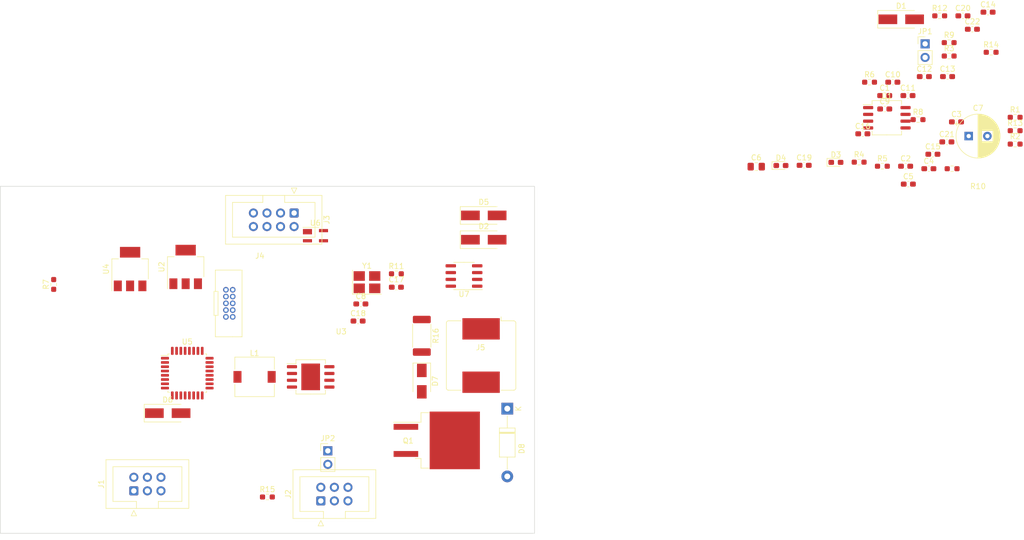
<source format=kicad_pcb>
(kicad_pcb (version 20211014) (generator pcbnew)
  (layers (0 "F.Cu" signal) (31 "B.Cu" signal) (34 "B.Paste" user) (35 "F.Paste" user) (36 "B.SilkS" user "B.Silkscreen") (37 "F.SilkS" user "F.Silkscreen") (38 "B.Mask" user) (39 "F.Mask" user) (44 "Edge.Cuts" user))
  (net 0 "")
  (net 1 "GND")
  (net 2 "+3V3")
  (net 3 "+12V")
  (net 4 "Net-(C10-Pad1)")
  (net 5 "Net-(C10-Pad2)")
  (net 6 "Net-(C11-Pad1)")
  (net 7 "/NRST")
  (net 8 "Net-(C16-Pad1)")
  (net 9 "Net-(C16-Pad2)")
  (net 10 "Net-(C17-Pad2)")
  (net 11 "+5V")
  (net 12 "/BUCK_ENABLE")
  (net 13 "Net-(C21-Pad1)")
  (net 14 "+5VP")
  (net 15 "Net-(D3-Pad2)")
  (net 16 "Net-(D4-Pad2)")
  (net 17 "Net-(C7-Pad1)")
  (net 18 "+28V")
  (net 19 "Net-(D7-Pad1)")
  (net 20 "Net-(D7-Pad2)")
  (net 21 "/PROX_11")
  (net 22 "/PROX_12")
  (net 23 "/PROX_13")
  (net 24 "/PROX_21")
  (net 25 "/PROX_22")
  (net 26 "/PROX_23")
  (net 27 "Net-(J3-Pad1)")
  (net 28 "/S_TX")
  (net 29 "/S_RX")
  (net 30 "/BUCK_VOL_DIV")
  (net 31 "/MOSFET_VOL_DIV")
  (net 32 "/SWCLK")
  (net 34 "/SWDIO")
  (net 39 "Net-(J5-Pad1)")
  (net 40 "/FB")
  (net 41 "Net-(R5-Pad1)")
  (net 42 "Net-(R6-Pad2)")
  (net 43 "Net-(R7-Pad2)")
  (net 44 "/MOSFET_CTRL")
  (net 45 "Net-(R10-Pad2)")
  (net 46 "/HALL_OUT")
  (net 47 "Net-(R12-Pad2)")
  (net 48 "/SPI_NSS")
  (net 49 "/SPI_MISO")
  (net 51 "/SPI_MOSI")
  (net 52 "/SPI_SCK")
  (net 53 "Net-(U5-Pad2)")
  (net 57 "Net-(R14-Pad1)")
  (footprint "MY_IDC_1_27:IDC_10_1_27" (layer "F.Cu") (at 123.5075 93.19)
    (fp_text reference "J4" (at 5.08 -10.16 unlocked) (layer "F.SilkS"))
    (fp_text value "SWD")
    (pad "1" thru_hole circle (at -1.27 -3.81) (size 1.05 1.05) (drill 0.6) (layers *.Cu *.Mask) (net 7 "/NRST"))
    (pad "2" thru_hole circle (at 0 -3.81) (size 1.05 1.05) (drill 0.6) (layers *.Cu *.Mask) (net 32 "/SWCLK"))
    (pad "3" thru_hole circle (at -1.27 -2.54) (size 1.05 1.05) (drill 0.6) (layers *.Cu *.Mask))
    (pad "4" thru_hole circle (at 0 -2.54) (size 1.05 1.05) (drill 0.6) (layers *.Cu *.Mask) (net 34 "/SWDIO"))
    (pad "5" thru_hole circle (at -1.27 -1.27) (size 1.05 1.05) (drill 0.6) (layers *.Cu *.Mask) (net 1 "GND"))
    (pad "6" thru_hole circle (at 0 -1.27) (size 1.05 1.05) (drill 0.6) (layers *.Cu *.Mask) (net 1 "GND"))
    (pad "7" thru_hole circle (at -1.27 0) (size 1.05 1.05) (drill 0.6) (layers *.Cu *.Mask))
    (pad "8" thru_hole circle (at 0 0) (size 1.05 1.05) (drill 0.6) (layers *.Cu *.Mask))
    (pad "9" thru_hole circle (at -1.27 1.27) (size 1.05 1.05) (drill 0.6) (layers *.Cu *.Mask))
    (pad "10" thru_hole circle (at 0 1.27) (size 1.05 1.05) (drill 0.6) (layers *.Cu *.Mask))
  )
  (footprint "Resistor_SMD:R_0603_1608Metric_Pad0.98x0.95mm_HandSolder" (layer "F.Cu") (at 240.76 65.47)
    (fp_text reference "R4" (at 0 -1.43) (layer "F.SilkS"))
    (fp_text value "3k3")
    (pad "1" smd roundrect (at -0.9125 0) (size 0.975 0.95) (layers "F.Cu" "F.Paste" "F.Mask") (net 40 "/FB"))
    (pad "2" smd roundrect (at 0.9125 0) (size 0.975 0.95) (layers "F.Cu" "F.Paste" "F.Mask") (net 1 "GND"))
  )
  (footprint "Connector_IDC:IDC-Header_2x03_P2.54mm_Vertical" (layer "F.Cu") (at 140 128.93 90)
    (fp_text reference "J2" (at 1.27 -6.1 90) (layer "F.SilkS"))
    (fp_text value "Conn_02x03_Odd_Even")
    (pad "1" thru_hole roundrect (at 0 0 90) (size 1.7 1.7) (drill 1) (layers *.Cu *.Mask) (roundrect_rratio 0.147059) (net 2 "+3V3"))
    (pad "2" thru_hole circle (at 2.54 0 90) (size 1.7 1.7) (drill 1) (layers *.Cu *.Mask) (net 24 "/PROX_21"))
    (pad "3" thru_hole circle (at 0 2.54 90) (size 1.7 1.7) (drill 1) (layers *.Cu *.Mask) (net 1 "GND"))
    (pad "4" thru_hole circle (at 2.54 2.54 90) (size 1.7 1.7) (drill 1) (layers *.Cu *.Mask) (net 25 "/PROX_22"))
    (pad "5" thru_hole circle (at 0 5.08 90) (size 1.7 1.7) (drill 1) (layers *.Cu *.Mask) (net 3 "+12V"))
    (pad "6" thru_hole circle (at 2.54 5.08 90) (size 1.7 1.7) (drill 1) (layers *.Cu *.Mask) (net 26 "/PROX_23"))
  )
  (footprint "Package_TO_SOT_SMD:SOT-143_Handsoldering" (layer "F.Cu") (at 139 79.25)
    (fp_text reference "U6" (at -0.02 -2.38) (layer "F.SilkS"))
    (fp_text value "MIC4416")
    (pad "1" smd rect (at -1.5 -0.75) (size 1.7 1) (layers "F.Cu" "F.Paste" "F.Mask") (net 1 "GND"))
    (pad "2" smd rect (at -1.5 0.95) (size 1.7 0.6) (layers "F.Cu" "F.Paste" "F.Mask") (net 57 "Net-(R14-Pad1)"))
    (pad "3" smd rect (at 1.5 0.95) (size 1.7 0.6) (layers "F.Cu" "F.Paste" "F.Mask") (net 3 "+12V"))
    (pad "4" smd rect (at 1.5 -0.95) (size 1.7 0.6) (layers "F.Cu" "F.Paste" "F.Mask") (net 45 "Net-(R10-Pad2)"))
  )
  (footprint "Resistor_SMD:R_0603_1608Metric_Pad0.98x0.95mm_HandSolder" (layer "F.Cu") (at 269.962802 59.575)
    (fp_text reference "R13" (at 0 -1.43) (layer "F.SilkS"))
    (fp_text value "1k")
    (pad "1" smd roundrect (at -0.9125 0) (size 0.975 0.95) (layers "F.Cu" "F.Paste" "F.Mask") (net 1 "GND"))
    (pad "2" smd roundrect (at 0.9125 0) (size 0.975 0.95) (layers "F.Cu" "F.Paste" "F.Mask") (net 31 "/MOSFET_VOL_DIV"))
  )
  (footprint "Capacitor_SMD:C_0603_1608Metric_Pad1.08x0.95mm_HandSolder" (layer "F.Cu") (at 257.31 49.44)
    (fp_text reference "C13" (at 0 -1.43) (layer "F.SilkS"))
    (fp_text value "10u")
    (pad "1" smd roundrect (at -0.8625 0) (size 1.075 0.95) (layers "F.Cu" "F.Paste" "F.Mask") (net 2 "+3V3"))
    (pad "2" smd roundrect (at 0.8625 0) (size 1.075 0.95) (layers "F.Cu" "F.Paste" "F.Mask") (net 1 "GND"))
  )
  (footprint "Capacitor_SMD:C_0603_1608Metric_Pad1.08x0.95mm_HandSolder" (layer "F.Cu") (at 249.46 66.23)
    (fp_text reference "C2" (at 0 -1.43) (layer "F.SilkS"))
    (fp_text value "100n")
    (pad "1" smd roundrect (at -0.8625 0) (size 1.075 0.95) (layers "F.Cu" "F.Paste" "F.Mask") (net 1 "GND"))
    (pad "2" smd roundrect (at 0.8625 0) (size 1.075 0.95) (layers "F.Cu" "F.Paste" "F.Mask") (net 2 "+3V3"))
  )
  (footprint "Capacitor_SMD:C_0603_1608Metric_Pad1.08x0.95mm_HandSolder" (layer "F.Cu") (at 249.9 53)
    (fp_text reference "C11" (at 0 -1.43) (layer "F.SilkS"))
    (fp_text value "10p")
    (pad "1" smd roundrect (at -0.8625 0) (size 1.075 0.95) (layers "F.Cu" "F.Paste" "F.Mask") (net 6 "Net-(C11-Pad1)"))
    (pad "2" smd roundrect (at 0.8625 0) (size 1.075 0.95) (layers "F.Cu" "F.Paste" "F.Mask") (net 1 "GND"))
  )
  (footprint "Package_QFP:LQFP-32_7x7mm_P0.8mm" (layer "F.Cu") (at 115 105)
    (fp_text reference "U5" (at 0 -5.88) (layer "F.SilkS"))
    (fp_text value "STM32F030K6Tx")
    (pad "1" smd roundrect (at -4.175 -2.8) (size 1.5 0.5) (layers "F.Cu" "F.Paste" "F.Mask") (net 2 "+3V3"))
    (pad "2" smd roundrect (at -4.175 -2) (size 1.5 0.5) (layers "F.Cu" "F.Paste" "F.Mask") (net 53 "Net-(U5-Pad2)"))
    (pad "3" smd roundrect (at -4.175 -1.2) (size 1.5 0.5) (layers "F.Cu" "F.Paste" "F.Mask") (net 6 "Net-(C11-Pad1)"))
    (pad "4" smd roundrect (at -4.175 -0.4) (size 1.5 0.5) (layers "F.Cu" "F.Paste" "F.Mask") (net 7 "/NRST"))
    (pad "5" smd roundrect (at -4.175 0.4) (size 1.5 0.5) (layers "F.Cu" "F.Paste" "F.Mask") (net 2 "+3V3"))
    (pad "6" smd roundrect (at -4.175 1.2) (size 1.5 0.5) (layers "F.Cu" "F.Paste" "F.Mask") (net 46 "/HALL_OUT"))
    (pad "7" smd roundrect (at -4.175 2) (size 1.5 0.5) (layers "F.Cu" "F.Paste" "F.Mask") (net 31 "/MOSFET_VOL_DIV"))
    (pad "8" smd roundrect (at -4.175 2.8) (size 1.5 0.5) (layers "F.Cu" "F.Paste" "F.Mask") (net 30 "/BUCK_VOL_DIV"))
    (pad "9" smd roundrect (at -2.8 4.175) (size 0.5 1.5) (layers "F.Cu" "F.Paste" "F.Mask") (net 21 "/PROX_11"))
    (pad "10" smd roundrect (at -2 4.175) (size 0.5 1.5) (layers "F.Cu" "F.Paste" "F.Mask") (net 22 "/PROX_12"))
    (pad "11" smd roundrect (at -1.2 4.175) (size 0.5 1.5) (layers "F.Cu" "F.Paste" "F.Mask") (net 23 "/PROX_13"))
    (pad "12" smd roundrect (at -0.4 4.175) (size 0.5 1.5) (layers "F.Cu" "F.Paste" "F.Mask") (net 24 "/PROX_21"))
    (pad "13" smd roundrect (at 0.4 4.175) (size 0.5 1.5) (layers "F.Cu" "F.Paste" "F.Mask") (net 25 "/PROX_22"))
    (pad "14" smd roundrect (at 1.2 4.175) (size 0.5 1.5) (layers "F.Cu" "F.Paste" "F.Mask") (net 26 "/PROX_23"))
    (pad "15" smd roundrect (at 2 4.175) (size 0.5 1.5) (layers "F.Cu" "F.Paste" "F.Mask"))
    (pad "16" smd roundrect (at 2.8 4.175) (size 0.5 1.5) (layers "F.Cu" "F.Paste" "F.Mask") (net 1 "GND"))
    (pad "17" smd roundrect (at 4.175 2.8) (size 1.5 0.5) (layers "F.Cu" "F.Paste" "F.Mask") (net 2 "+3V3"))
    (pad "18" smd roundrect (at 4.175 2) (size 1.5 0.5) (layers "F.Cu" "F.Paste" "F.Mask"))
    (pad "19" smd roundrect (at 4.175 1.2) (size 1.5 0.5) (layers "F.Cu" "F.Paste" "F.Mask") (net 28 "/S_TX"))
    (pad "20" smd roundrect (at 4.175 0.4) (size 1.5 0.5) (layers "F.Cu" "F.Paste" "F.Mask") (net 29 "/S_RX"))
    (pad "21" smd roundrect (at 4.175 -0.4) (size 1.5 0.5) (layers "F.Cu" "F.Paste" "F.Mask") (net 44 "/MOSFET_CTRL"))
    (pad "22" smd roundrect (at 4.175 -1.2) (size 1.5 0.5) (layers "F.Cu" "F.Paste" "F.Mask"))
    (pad "23" smd roundrect (at 4.175 -2) (size 1.5 0.5) (layers "F.Cu" "F.Paste" "F.Mask") (net 34 "/SWDIO"))
    (pad "24" smd roundrect (at 4.175 -2.8) (size 1.5 0.5) (layers "F.Cu" "F.Paste" "F.Mask") (net 32 "/SWCLK"))
    (pad "25" smd roundrect (at 2.8 -4.175) (size 0.5 1.5) (layers "F.Cu" "F.Paste" "F.Mask") (net 48 "/SPI_NSS"))
    (pad "26" smd roundrect (at 2 -4.175) (size 0.5 1.5) (layers "F.Cu" "F.Paste" "F.Mask") (net 52 "/SPI_SCK"))
    (pad "27" smd roundrect (at 1.2 -4.175) (size 0.5 1.5) (layers "F.Cu" "F.Paste" "F.Mask") (net 49 "/SPI_MISO"))
    (pad "28" smd roundrect (at 0.4 -4.175) (size 0.5 1.5) (layers "F.Cu" "F.Paste" "F.Mask") (net 51 "/SPI_MOSI"))
    (pad "29" smd roundrect (at -0.4 -4.175) (size 0.5 1.5) (layers "F.Cu" "F.Paste" "F.Mask") (net 42 "Net-(R6-Pad2)"))
    (pad "30" smd roundrect (at -1.2 -4.175) (size 0.5 1.5) (layers "F.Cu" "F.Paste" "F.Mask") (net 43 "Net-(R7-Pad2)"))
    (pad "31" smd roundrect (at -2 -4.175) (size 0.5 1.5) (layers "F.Cu" "F.Paste" "F.Mask") (net 1 "GND"))
    (pad "32" smd roundrect (at -2.8 -4.175) (size 0.5 1.5) (layers "F.Cu" "F.Paste" "F.Mask") (net 1 "GND"))
  )
  (footprint "Crystal:Crystal_SMD_3225-4Pin_3.2x2.5mm_HandSoldering" (layer "F.Cu") (at 148.6425 87.955)
    (fp_text reference "Y1" (at 0 -3.05) (layer "F.SilkS"))
    (fp_text value "12Mhz")
    (pad "1" smd rect (at -1.45 1.15) (size 2.1 1.8) (layers "F.Cu" "F.Paste" "F.Mask") (net 6 "Net-(C11-Pad1)"))
    (pad "2" smd rect (at 1.45 1.15) (size 2.1 1.8) (layers "F.Cu" "F.Paste" "F.Mask") (net 1 "GND"))
    (pad "3" smd rect (at 1.45 -1.15) (size 2.1 1.8) (layers "F.Cu" "F.Paste" "F.Mask") (net 53 "Net-(U5-Pad2)"))
    (pad "4" smd rect (at -1.45 -1.15) (size 2.1 1.8) (layers "F.Cu" "F.Paste" "F.Mask") (net 1 "GND"))
  )
  (footprint "Capacitor_SMD:C_0603_1608Metric_Pad1.08x0.95mm_HandSolder" (layer "F.Cu") (at 254.5675 63.985)
    (fp_text reference "C15" (at 0 -1.43) (layer "F.SilkS"))
    (fp_text value "10u")
    (pad "1" smd roundrect (at -0.8625 0) (size 1.075 0.95) (layers "F.Cu" "F.Paste" "F.Mask") (net 3 "+12V"))
    (pad "2" smd roundrect (at 0.8625 0) (size 1.075 0.95) (layers "F.Cu" "F.Paste" "F.Mask") (net 1 "GND"))
  )
  (footprint "Capacitor_SMD:C_0805_2012Metric_Pad1.18x1.45mm_HandSolder" (layer "F.Cu") (at 221.5 66.31)
    (fp_text reference "C6" (at 0 -1.68) (layer "F.SilkS"))
    (fp_text value "22u")
    (pad "1" smd roundrect (at -1.0375 0) (size 1.175 1.45) (layers "F.Cu" "F.Paste" "F.Mask") (roundrect_rratio 0.212766) (net 3 "+12V"))
    (pad "2" smd roundrect (at 1.0375 0) (size 1.175 1.45) (layers "F.Cu" "F.Paste" "F.Mask") (roundrect_rratio 0.212766) (net 1 "GND"))
  )
  (footprint "Package_TO_SOT_SMD:TO-263-2" (layer "F.Cu") (at 161.7 117.6)
    (fp_text reference "Q1" (at -5.35 0.075) (layer "F.SilkS"))
    (fp_text value "Q_NMOS_SDG")
    (pad "1" smd rect (at -5.775 -2.54) (size 4.6 1.1) (layers "F.Cu" "F.Paste" "F.Mask") (net 1 "GND"))
    (pad "2" smd rect (at 3.375 0) (size 9.4 10.8) (layers "F.Cu" "F.Mask") (net 20 "Net-(D7-Pad2)"))
    (pad "3" smd rect (at -5.775 2.54) (size 4.6 1.1) (layers "F.Cu" "F.Paste" "F.Mask") (net 57 "Net-(R14-Pad1)"))
  )
  (footprint "Capacitor_SMD:C_0603_1608Metric_Pad1.08x0.95mm_HandSolder" (layer "F.Cu") (at 247.06 50.49)
    (fp_text reference "C10" (at 0 -1.43) (layer "F.SilkS"))
    (fp_text value "100n")
    (pad "1" smd roundrect (at -0.8625 0) (size 1.075 0.95) (layers "F.Cu" "F.Paste" "F.Mask") (net 4 "Net-(C10-Pad1)"))
    (pad "2" smd roundrect (at 0.8625 0) (size 1.075 0.95) (layers "F.Cu" "F.Paste" "F.Mask") (net 5 "Net-(C10-Pad2)"))
  )
  (footprint "LED_SMD:LED_0603_1608Metric_Pad1.05x0.95mm_HandSolder" (layer "F.Cu") (at 226.125 66.1)
    (fp_text reference "D4" (at 0 -1.43) (layer "F.SilkS"))
    (fp_text value "LED1")
    (pad "1" smd roundrect (at -0.875 0) (size 1.05 0.95) (layers "F.Cu" "F.Paste" "F.Mask") (net 1 "GND"))
    (pad "2" smd roundrect (at 0.875 0) (size 1.05 0.95) (layers "F.Cu" "F.Paste" "F.Mask") (net 16 "Net-(D4-Pad2)"))
  )
  (footprint "Capacitor_SMD:C_0603_1608Metric_Pad1.08x0.95mm_HandSolder" (layer "F.Cu") (at 245.55 53)
    (fp_text reference "C1" (at 0 -1.43) (layer "F.SilkS"))
    (fp_text value "4u7")
    (pad "1" smd roundrect (at -0.8625 0) (size 1.075 0.95) (layers "F.Cu" "F.Paste" "F.Mask") (net 1 "GND"))
    (pad "2" smd roundrect (at 0.8625 0) (size 1.075 0.95) (layers "F.Cu" "F.Paste" "F.Mask") (net 2 "+3V3"))
  )
  (footprint "Inductor_SMD:L_7.3x7.3_H4.5" (layer "F.Cu") (at 127.6 105.7)
    (fp_text reference "L1" (at 0 -4.45) (layer "F.SilkS"))
    (fp_text value "8u2")
    (pad "1" smd rect (at -3.2 0) (size 1.5 2.2) (layers "F.Cu" "F.Paste" "F.Mask") (net 3 "+12V"))
    (pad "2" smd rect (at 3.2 0) (size 1.5 2.2) (layers "F.Cu" "F.Paste" "F.Mask") (net 5 "Net-(C10-Pad2)"))
  )
  (footprint "Resistor_SMD:R_0603_1608Metric_Pad0.98x0.95mm_HandSolder" (layer "F.Cu") (at 154.1425 86.385)
    (fp_text reference "R11" (at 0 -1.43) (layer "F.SilkS"))
    (fp_text value "10k")
    (pad "1" smd roundrect (at -0.9125 0) (size 0.975 0.95) (layers "F.Cu" "F.Paste" "F.Mask") (net 1 "GND"))
    (pad "2" smd roundrect (at 0.9125 0) (size 0.975 0.95) (layers "F.Cu" "F.Paste" "F.Mask") (net 46 "/HALL_OUT"))
  )
  (footprint "Capacitor_SMD:C_0603_1608Metric_Pad1.08x0.95mm_HandSolder" (layer "F.Cu") (at 245.55 55.51)
    (fp_text reference "C9" (at 0 -1.43) (layer "F.SilkS"))
    (fp_text value "100n")
    (pad "1" smd roundrect (at -0.8625 0) (size 1.075 0.95) (layers "F.Cu" "F.Paste" "F.Mask") (net 2 "+3V3"))
    (pad "2" smd roundrect (at 0.8625 0) (size 1.075 0.95) (layers "F.Cu" "F.Paste" "F.Mask") (net 1 "GND"))
  )
  (footprint "Resistor_SMD:R_2512_6332Metric_Pad1.40x3.35mm_HandSolder" (layer "F.Cu") (at 158.9 98 -90)
    (fp_text reference "R16" (at 0 -2.62 90) (layer "F.SilkS"))
    (fp_text value "10R")
    (pad "1" smd roundrect (at -3.05 0 270) (size 1.4 3.35) (layers "F.Cu" "F.Paste" "F.Mask") (roundrect_rratio 0.178571) (net 39 "Net-(J5-Pad1)"))
    (pad "2" smd roundrect (at 3.05 0 270) (size 1.4 3.35) (layers "F.Cu" "F.Paste" "F.Mask") (roundrect_rratio 0.178571) (net 19 "Net-(D7-Pad1)"))
  )
  (footprint "Resistor_SMD:R_0603_1608Metric_Pad0.98x0.95mm_HandSolder" (layer "F.Cu") (at 130 128.2)
    (fp_text reference "R15" (at 0 -1.43) (layer "F.SilkS"))
    (fp_text value "22k")
    (pad "1" smd roundrect (at -0.9125 0) (size 0.975 0.95) (layers "F.Cu" "F.Paste" "F.Mask") (net 31 "/MOSFET_VOL_DIV"))
    (pad "2" smd roundrect (at 0.9125 0) (size 0.975 0.95) (layers "F.Cu" "F.Paste" "F.Mask") (net 39 "Net-(J5-Pad1)"))
  )
  (footprint "Diode_SMD:D_SMA_Handsoldering" (layer "F.Cu") (at 248.64 38.71)
    (fp_text reference "D1" (at 0 -2.5) (layer "F.SilkS"))
    (fp_text value "SS14")
    (pad "1" smd rect (at -2.5 0) (size 3.5 1.8) (layers "F.Cu" "F.Paste" "F.Mask") (net 3 "+12V"))
    (pad "2" smd rect (at 2.5 0) (size 3.5 1.8) (layers "F.Cu" "F.Paste" "F.Mask") (net 14 "+5VP"))
  )
  (footprint "Inductor_SMD:L_Bourns_SRR1208_12.7x12.7mm" (layer "F.Cu") (at 170 101.7 -90)
    (fp_text reference "J5" (at -1.5 0.1 180) (layer "F.SilkS"))
    (fp_text value "Solenoid")
    (pad "1" smd rect (at -5 0 270) (size 4 7) (layers "F.Cu" "F.Paste" "F.Mask") (net 39 "Net-(J5-Pad1)"))
    (pad "2" smd rect (at 5 0 270) (size 4 7) (layers "F.Cu" "F.Paste" "F.Mask") (net 20 "Net-(D7-Pad2)"))
  )
  (footprint "Diode_SMD:D_SMA_Handsoldering" (layer "F.Cu") (at 170.5 75.45)
    (fp_text reference "D5" (at 0 -2.5) (layer "F.SilkS"))
    (fp_text value "SS14")
    (pad "1" smd rect (at -2.5 0) (size 3.5 1.8) (layers "F.Cu" "F.Paste" "F.Mask") (net 17 "Net-(C7-Pad1)"))
    (pad "2" smd rect (at 2.5 0) (size 3.5 1.8) (layers "F.Cu" "F.Paste" "F.Mask") (net 18 "+28V"))
  )
  (footprint "Package_TO_SOT_SMD:SOT-223-3_TabPin2" (layer "F.Cu") (at 114.7 85.1 90)
    (fp_text reference "U2" (at 0 -4.5 90) (layer "F.SilkS"))
    (fp_text value "AMS1117-3.3")
    (pad "1" smd rect (at -3.15 -2.3 90) (size 2 1.5) (layers "F.Cu" "F.Paste" "F.Mask") (net 1 "GND"))
    (pad "2" smd rect (at 3.15 0 90) (size 2 3.8) (layers "F.Cu" "F.Paste" "F.Mask") (net 2 "+3V3"))
    (pad "2" smd rect (at -3.15 0 90) (size 2 1.5) (layers "F.Cu" "F.Paste" "F.Mask") (net 2 "+3V3"))
    (pad "3" smd rect (at -3.15 2.3 90) (size 2 1.5) (layers "F.Cu" "F.Paste" "F.Mask") (net 3 "+12V"))
  )
  (footprint "Resistor_SMD:R_0603_1608Metric_Pad0.98x0.95mm_HandSolder" (layer "F.Cu") (at 269.962802 57.065)
    (fp_text reference "R1" (at 0 -1.43) (layer "F.SilkS"))
    (fp_text value "22k")
    (pad "1" smd roundrect (at -0.9125 0) (size 0.975 0.95) (layers "F.Cu" "F.Paste" "F.Mask") (net 30 "/BUCK_VOL_DIV"))
    (pad "2" smd roundrect (at 0.9125 0) (size 0.975 0.95) (layers "F.Cu" "F.Paste" "F.Mask") (net 3 "+12V"))
  )
  (footprint "Capacitor_SMD:C_0603_1608Metric_Pad1.08x0.95mm_HandSolder" (layer "F.Cu") (at 147.4925 92.035)
    (fp_text reference "C8" (at 0 -1.43) (layer "F.SilkS"))
    (fp_text value "10u")
    (pad "1" smd roundrect (at -0.8625 0) (size 1.075 0.95) (layers "F.Cu" "F.Paste" "F.Mask") (net 3 "+12V"))
    (pad "2" smd roundrect (at 0.8625 0) (size 1.075 0.95) (layers "F.Cu" "F.Paste" "F.Mask") (net 1 "GND"))
  )
  (footprint "Resistor_SMD:R_0603_1608Metric_Pad0.98x0.95mm_HandSolder" (layer "F.Cu") (at 258.16 66.7)
    (fp_text reference "R10" (at 4.8575 3.3) (layer "F.SilkS"))
    (fp_text value "10R")
    (pad "1" smd roundrect (at -0.9125 0) (size 0.975 0.95) (layers "F.Cu" "F.Paste" "F.Mask") (net 44 "/MOSFET_CTRL"))
    (pad "2" smd roundrect (at 0.9125 0) (size 0.975 0.95) (layers "F.Cu" "F.Paste" "F.Mask") (net 45 "Net-(R10-Pad2)"))
  )
  (footprint "Capacitor_SMD:C_0603_1608Metric_Pad1.08x0.95mm_HandSolder" (layer "F.Cu") (at 264.89 37.37)
    (fp_text reference "C14" (at 0 -1.43) (layer "F.SilkS"))
    (fp_text value "10p")
    (pad "1" smd roundrect (at -0.8625 0) (size 1.075 0.95) (layers "F.Cu" "F.Paste" "F.Mask") (net 6 "Net-(C11-Pad1)"))
    (pad "2" smd roundrect (at 0.8625 0) (size 1.075 0.95) (layers "F.Cu" "F.Paste" "F.Mask") (net 1 "GND"))
  )
  (footprint "Resistor_SMD:R_0603_1608Metric_Pad0.98x0.95mm_HandSolder" (layer "F.Cu") (at 257.61 43.08)
    (fp_text reference "R9" (at 0 -1.43) (layer "F.SilkS"))
    (fp_text value "47k")
    (pad "1" smd roundrect (at -0.9125 0) (size 0.975 0.95) (layers "F.Cu" "F.Paste" "F.Mask") (net 12 "/BUCK_ENABLE"))
    (pad "2" smd roundrect (at 0.9125 0) (size 0.975 0.95) (layers "F.Cu" "F.Paste" "F.Mask") (net 1 "GND"))
  )
  (footprint "Capacitor_SMD:C_0603_1608Metric_Pad1.08x0.95mm_HandSolder" (layer "F.Cu") (at 230.47 66.06)
    (fp_text reference "C19" (at 0 -1.43) (layer "F.SilkS"))
    (fp_text value "100n")
    (pad "1" smd roundrect (at -0.8625 0) (size 1.075 0.95) (layers "F.Cu" "F.Paste" "F.Mask") (net 1 "GND"))
    (pad "2" smd roundrect (at 0.8625 0) (size 1.075 0.95) (layers "F.Cu" "F.Paste" "F.Mask") (net 12 "/BUCK_ENABLE"))
  )
  (footprint "Package_SO:SOIC-8_3.9x4.9mm_P1.27mm" (layer "F.Cu") (at 166.8 86.8 180)
    (fp_text reference "U7" (at 0 -3.4) (layer "F.SilkS"))
    (fp_text value "ACS712xLCTR-30A")
    (pad "1" smd roundrect (at -2.475 -1.905 180) (size 1.95 0.6) (layers "F.Cu" "F.Paste" "F.Mask") (net 18 "+28V"))
    (pad "2" smd roundrect (at -2.475 -0.635 180) (size 1.95 0.6) (layers "F.Cu" "F.Paste" "F.Mask") (net 18 "+28V"))
    (pad "3" smd roundrect (at -2.475 0.635 180) (size 1.95 0.6) (layers "F.Cu" "F.Paste" "F.Mask") (net 39 "Net-(J5-Pad1)"))
    (pad "4" smd roundrect (at -2.475 1.905 180) (size 1.95 0.6) (layers "F.Cu" "F.Paste" "F.Mask") (net 39 "Net-(J5-Pad1)"))
    (pad "5" smd roundrect (at 2.475 1.905 180) (size 1.95 0.6) (layers "F.Cu" "F.Paste" "F.Mask") (net 1 "GND"))
    (pad "6" smd roundrect (at 2.475 0.635 180) (size 1.95 0.6) (layers "F.Cu" "F.Paste" "F.Mask") (net 13 "Net-(C21-Pad1)"))
    (pad "7" smd roundrect (at 2.475 -0.635 180) (size 1.95 0.6) (layers "F.Cu" "F.Paste" "F.Mask") (net 47 "Net-(R12-Pad2)"))
    (pad "8" smd roundrect (at 2.475 -1.905 180) (size 1.95 0.6) (layers "F.Cu" "F.Paste" "F.Mask") (net 11 "+5V"))
  )
  (footprint "Diode_SMD:D_SMA_Handsoldering" (layer "F.Cu") (at 111.3425 112.495)
    (fp_text reference "D6" (at 0 -2.5) (layer "F.SilkS"))
    (fp_text value "SS14")
    (pad "1" smd rect (at -2.5 0) (size 3.5 1.8) (layers "F.Cu" "F.Paste" "F.Mask") (net 11 "+5V"))
    (pad "2" smd rect (at 2.5 0) (size 3.5 1.8) (layers "F.Cu" "F.Paste" "F.Mask") (net 14 "+5VP"))
  )
  (footprint "Connector_PinHeader_2.54mm:PinHeader_1x02_P2.54mm_Vertical" (layer "F.Cu") (at 141.3125 119.55)
    (fp_text reference "JP2" (at 0 -2.33) (layer "F.SilkS"))
    (fp_text value "BUCK_EN")
    (pad "1" thru_hole rect (at 0 0) (size 1.7 1.7) (drill 1) (layers *.Cu *.Mask) (net 12 "/BUCK_ENABLE"))
    (pad "2" thru_hole oval (at 0 2.54) (size 1.7 1.7) (drill 1) (layers *.Cu *.Mask) (net 14 "+5VP"))
  )
  (footprint "Resistor_SMD:R_0603_1608Metric_Pad0.98x0.95mm_HandSolder" (layer "F.Cu") (at 245.11 66.23)
    (fp_text reference "R5" (at 0 -1.43) (layer "F.SilkS"))
    (fp_text value "47k")
    (pad "1" smd roundrect (at -0.9125 0) (size 0.975 0.95) (layers "F.Cu" "F.Paste" "F.Mask") (net 41 "Net-(R5-Pad1)"))
    (pad "2" smd roundrect (at 0.9125 0) (size 0.975 0.95) (layers "F.Cu" "F.Paste" "F.Mask") (net 1 "GND"))
  )
  (footprint "Diode_SMD:D_SMA" (layer "F.Cu") (at 158.9 106.5 -90)
    (fp_text reference "D7" (at 0 -2.5 90) (layer "F.SilkS"))
    (fp_text value "US2BA")
    (pad "1" smd rect (at -2 0 270) (size 2.5 1.8) (layers "F.Cu" "F.Paste" "F.Mask") (net 19 "Net-(D7-Pad1)"))
    (pad "2" smd rect (at 2 0 270) (size 2.5 1.8) (layers "F.Cu" "F.Paste" "F.Mask") (net 20 "Net-(D7-Pad2)"))
  )
  (footprint "Capacitor_SMD:C_0603_1608Metric_Pad1.08x0.95mm_HandSolder" (layer "F.Cu") (at 261.96 40.57)
    (fp_text reference "C22" (at 0 -1.43) (layer "F.SilkS"))
    (fp_text value "100n")
    (pad "1" smd roundrect (at -0.8625 0) (size 1.075 0.95) (layers "F.Cu" "F.Paste" "F.Mask") (net 1 "GND"))
    (pad "2" smd roundrect (at 0.8625 0) (size 1.075 0.95) (layers "F.Cu" "F.Paste" "F.Mask") (net 11 "+5V"))
  )
  (footprint "Connector_PinHeader_2.54mm:PinHeader_1x02_P2.54mm_Vertical" (layer "F.Cu") (at 253.11 43.31)
    (fp_text reference "JP1" (at 0 -2.33) (layer "F.SilkS"))
    (fp_text value "Jumper_2_Open")
    (pad "1" thru_hole rect (at 0 0) (size 1.7 1.7) (drill 1) (layers *.Cu *.Mask) (net 14 "+5VP"))
    (pad "2" thru_hole oval (at 0 2.54) (size 1.7 1.7) (drill 1) (layers *.Cu *.Mask) (net 27 "Net-(J3-Pad1)"))
  )
  (footprint "Resistor_SMD:R_0603_1608Metric_Pad0.98x0.95mm_HandSolder" (layer "F.Cu") (at 242.71 50.49)
    (fp_text reference "R6" (at 0 -1.43) (layer "F.SilkS"))
    (fp_text value "1k")
    (pad "1" smd roundrect (at -0.9125 0) (size 0.975 0.95) (layers "F.Cu" "F.Paste" "F.Mask") (net 15 "Net-(D3-Pad2)"))
    (pad "2" smd roundrect (at 0.9125 0) (size 0.975 0.95) (layers "F.Cu" "F.Paste" "F.Mask") (net 42 "Net-(R6-Pad2)"))
  )
  (footprint "Resistor_SMD:R_0603_1608Metric_Pad0.98x0.95mm_HandSolder" (layer "F.Cu") (at 255.84 38.06)
    (fp_text reference "R12" (at 0 -1.43) (layer "F.SilkS"))
    (fp_text value "4k7")
    (pad "1" smd roundrect (at -0.9125 0) (size 0.975 0.95) (layers "F.Cu" "F.Paste" "F.Mask") (net 46 "/HALL_OUT"))
    (pad "2" smd roundrect (at 0.9125 0) (size 0.975 0.95) (layers "F.Cu" "F.Paste" "F.Mask") (net 47 "Net-(R12-Pad2)"))
  )
  (footprint "Capacitor_SMD:C_0603_1608Metric_Pad1.08x0.95mm_HandSolder" (layer "F.Cu") (at 241.45 60.16)
    (fp_text reference "C16" (at 0 -1.43) (layer "F.SilkS"))
    (fp_text value "2n2")
    (pad "1" smd roundrect (at -0.8625 0) (size 1.075 0.95) (layers "F.Cu" "F.Paste" "F.Mask") (net 8 "Net-(C16-Pad1)"))
    (pad "2" smd roundrect (at 0.8625 0) (size 1.075 0.95) (layers "F.Cu" "F.Paste" "F.Mask") (net 9 "Net-(C16-Pad2)"))
  )
  (footprint "Connector_IDC:IDC-Header_2x03_P2.54mm_Vertical" (layer "F.Cu") (at 105 127.05 90)
    (fp_text reference "J1" (at 1.27 -6.1 90) (layer "F.SilkS"))
    (fp_text value "Conn_02x03_Odd_Even")
    (pad "1" thru_hole roundrect (at 0 0 90) (size 1.7 1.7) (drill 1) (layers *.Cu *.Mask) (roundrect_rratio 0.147059) (net 2 "+3V3"))
    (pad "2" thru_hole circle (at 2.54 0 90) (size 1.7 1.7) (drill 1) (layers *.Cu *.Mask) (net 21 "/PROX_11"))
    (pad "3" thru_hole circle (at 0 2.54 90) (size 1.7 1.7) (drill 1) (layers *.Cu *.Mask) (net 1 "GND"))
    (pad "4" thru_hole circle (at 2.54 2.54 90) (size 1.7 1.7) (drill 1) (layers *.Cu *.Mask) (net 22 "/PROX_12"))
    (pad "5" thru_hole circle (at 0 5.08 90) (size 1.7 1.7) (drill 1) (layers *.Cu *.Mask) (net 3 "+12V"))
    (pad "6" thru_hole circle (at 2.54 5.08 90) (size 1.7 1.7) (drill 1) (layers *.Cu *.Mask) (net 23 "/PROX_13"))
  )
  (footprint "Diode_THT:D_DO-41_SOD81_P12.70mm_Horizontal" (layer "F.Cu") (at 174.9 111.65 -90)
    (fp_text reference "D8" (at 7.5 -2.7 90) (layer "F.SilkS"))
    (fp_text value "1EZ200-DC")
    (fp_text user "K" (at 0 -2.1 90) (layer "F.SilkS"))
    (pad "1" thru_hole rect (at 0 0 270) (size 2.2 2.2) (drill 1.1) (layers *.Cu *.Mask) (net 20 "Net-(D7-Pad2)"))
    (pad "2" thru_hole oval (at 12.7 0 270) (size 2.2 2.2) (drill 1.1) (layers *.Cu *.Mask) (net 1 "GND"))
  )
  (footprint "Resistor_SMD:R_0603_1608Metric_Pad0.98x0.95mm_HandSolder" (layer "F.Cu") (at 265.4675 44.885)
    (fp_text reference "R14" (at 0 -1.43) (layer "F.SilkS"))
    (fp_text value "10k")
    (pad "1" smd roundrect (at -0.9125 0) (size 0.975 0.95) (layers "F.Cu" "F.Paste" "F.Mask") (net 57 "Net-(R14-Pad1)"))
    (pad "2" smd roundrect (at 0.9125 0) (size 0.975 0.95) (layers "F.Cu" "F.Paste" "F.Mask") (net 1 "GND"))
  )
  (footprint "Resistor_SMD:R_0603_1608Metric_Pad0.98x0.95mm_HandSolder" (layer "F.Cu") (at 90 88.38 90)
    (fp_text reference "R7" (at 0 -1.43 90) (layer "F.SilkS"))
    (fp_text value "1k")
    (pad "1" smd roundrect (at -0.9125 0 90) (size 0.975 0.95) (layers "F.Cu" "F.Paste" "F.Mask") (net 16 "Net-(D4-Pad2)"))
    (pad "2" smd roundrect (at 0.9125 0 90) (size 0.975 0.95) (layers "F.Cu" "F.Paste" "F.Mask") (net 43 "Net-(R7-Pad2)"))
  )
  (footprint "Capacitor_SMD:C_0603_1608Metric_Pad1.08x0.95mm_HandSolder" (layer "F.Cu") (at 253.81 66.7)
    (fp_text reference "C4" (at 0 -1.43) (layer "F.SilkS"))
    (fp_text value "100n")
    (pad "1" smd roundrect (at -0.8625 0) (size 1.075 0.95) (layers "F.Cu" "F.Paste" "F.Mask") (net 1 "GND"))
    (pad "2" smd roundrect (at 0.8625 0) (size 1.075 0.95) (layers "F.Cu" "F.Paste" "F.Mask") (net 2 "+3V3"))
  )
  (footprint "LED_SMD:LED_0603_1608Metric_Pad1.05x0.95mm_HandSolder" (layer "F.Cu") (at 236.415 65.51)
    (fp_text reference "D3" (at 0 -1.43) (layer "F.SilkS"))
    (fp_text value "LED2")
    (pad "1" smd roundrect (at -0.875 0) (size 1.05 0.95) (layers "F.Cu" "F.Paste" "F.Mask") (net 1 "GND"))
    (pad "2" smd roundrect (at 0.875 0) (size 1.05 0.95) (layers "F.Cu" "F.Paste" "F.Mask") (net 15 "Net-(D3-Pad2)"))
  )
  (footprint "Resistor_SMD:R_0603_1608Metric_Pad0.98x0.95mm_HandSolder" (layer "F.Cu") (at 251.7875 57.505)
    (fp_text reference "R8" (at 0 -1.43) (layer "F.SilkS"))
    (fp_text value "47k")
    (pad "1" smd roundrect (at -0.9125 0) (size 0.975 0.95) (layers "F.Cu" "F.Paste" "F.Mask") (net 8 "Net-(C16-Pad1)"))
    (pad "2" smd roundrect (at 0.9125 0) (size 0.975 0.95) (layers "F.Cu" "F.Paste" "F.Mask") (net 1 "GND"))
  )
  (footprint "Package_SO:SO-8_5.3x6.2mm_P1.27mm" (layer "F.Cu") (at 245.9475 57.155)
    (fp_text reference "U1" (at 0 -4.05) (layer "F.SilkS"))
    (fp_text value "23LCV512")
    (pad "1" smd roundrect (at -3.5 -1.905) (size 1.9 0.6) (layers "F.Cu" "F.Paste" "F.Mask") (net 48 "/SPI_NSS"))
    (pad "2" smd roundrect (at -3.5 -0.635) (size 1.9 0.6) (layers "F.Cu" "F.Paste" "F.Mask") (net 49 "/SPI_MISO"))
    (pad "3" smd roundrect (at -3.5 0.635) (size 1.9 0.6) (layers "F.Cu" "F.Paste" "F.Mask"))
    (pad "4" smd roundrect (at -3.5 1.905) (size 1.9 0.6) (layers "F.Cu" "F.Paste" "F.Mask") (net 1 "GND"))
    (pad "5" smd roundrect (at 3.5 1.905) (size 1.9 0.6) (layers "F.Cu" "F.Paste" "F.Mask") (net 51 "/SPI_MOSI"))
    (pad "6" smd roundrect (at 3.5 0.635) (size 1.9 0.6) (layers "F.Cu" "F.Paste" "F.Mask") (net 52 "/SPI_SCK"))
    (pad "7" smd roundrect (at 3.5 -0.635) (size 1.9 0.6) (layers "F.Cu" "F.Paste" "F.Mask") (net 1 "GND"))
    (pad "8" smd roundrect (at 3.5 -1.905) (size 1.9 0.6) (layers "F.Cu" "F.Paste" "F.Mask") (net 2 "+3V3"))
  )
  (footprint "Resistor_SMD:R_0603_1608Metric_Pad0.98x0.95mm_HandSolder" (layer "F.Cu") (at 257.61 45.59)
    (fp_text reference "R3" (at 0 -1.43) (layer "F.SilkS"))
    (fp_text value "47k")
    (pad "1" smd roundrect (at -0.9125 0) (size 0.975 0.95) (layers "F.Cu" "F.Paste" "F.Mask") (net 3 "+12V"))
    (pad "2" smd roundrect (at 0.9125 0) (size 0.975 0.95) (layers "F.Cu" "F.Paste" "F.Mask") (net 40 "/FB"))
  )
  (footprint "Capacitor_SMD:C_0603_1608Metric_Pad1.08x0.95mm_HandSolder" (layer "F.Cu") (at 154.1425 88.895)
    (fp_text reference "C17" (at 0 -1.43) (layer "F.SilkS"))
    (fp_text value "10n")
    (pad "1" smd roundrect (at -0.8625 0) (size 1.075 0.95) (layers "F.Cu" "F.Paste" "F.Mask") (net 1 "GND"))
    (pad "2" smd roundrect (at 0.8625 0) (size 1.075 0.95) (layers "F.Cu" "F.Paste" "F.Mask") (net 10 "Net-(C17-Pad2)"))
  )
  (footprint "Capacitor_SMD:C_0603_1608Metric_Pad1.08x0.95mm_HandSolder" (layer "F.Cu") (at 258.98 57.93)
    (fp_text reference "C3" (at 0 -1.43) (layer "F.SilkS"))
    (fp_text value "100n")
    (pad "1" smd roundrect (at -0.8625 0) (size 1.075 0.95) (layers "F.Cu" "F.Paste" "F.Mask") (net 1 "GND"))
    (pad "2" smd roundrect (at 0.8625 0) (size 1.075 0.95) (layers "F.Cu" "F.Paste" "F.Mask") (net 2 "+3V3"))
  )
  (footprint "Diode_SMD:D_SMA_Handsoldering" (layer "F.Cu") (at 170.5 80)
    (fp_text reference "D2" (at 0 -2.5) (layer "F.SilkS"))
    (fp_text value "SS14")
    (pad "1" smd rect (at -2.5 0) (size 3.5 1.8) (layers "F.Cu" "F.Paste" "F.Mask") (net 5 "Net-(C10-Pad2)"))
    (pad "2" smd rect (at 2.5 0) (size 3.5 1.8) (layers "F.Cu" "F.Paste" "F.Mask") (net 1 "GND"))
  )
  (footprint "Resistor_SMD:R_0603_1608Metric_Pad0.98x0.95mm_HandSolder" (layer "F.Cu") (at 269.962802 62.085)
    (fp_text reference "R2" (at 0 -1.43) (layer "F.SilkS"))
    (fp_text value "1k")
    (pad "1" smd roundrect (at -0.9125 0) (size 0.975 0.95) (layers "F.Cu" "F.Paste" "F.Mask") (net 1 "GND"))
    (pad "2" smd roundrect (at 0.9125 0) (size 0.975 0.95) (layers "F.Cu" "F.Paste" "F.Mask") (net 30 "/BUCK_VOL_DIV"))
  )
  (footprint "Capacitor_SMD:C_0603_1608Metric_Pad1.08x0.95mm_HandSolder" (layer "F.Cu") (at 146.9725 95.235)
    (fp_text reference "C18" (at 0 -1.43) (layer "F.SilkS"))
    (fp_text value "10u")
    (pad "1" smd roundrect (at -0.8625 0) (size 1.075 0.95) (layers "F.Cu" "F.Paste" "F.Mask") (net 11 "+5V"))
    (pad "2" smd roundrect (at 0.8625 0) (size 1.075 0.95) (layers "F.Cu" "F.Paste" "F.Mask") (net 1 "GND"))
  )
  (footprint "Capacitor_SMD:C_0603_1608Metric_Pad1.08x0.95mm_HandSolder" (layer "F.Cu") (at 249.9675 69.585)
    (fp_text reference "C5" (at 0 -1.43) (layer "F.SilkS"))
    (fp_text value "10n")
    (pad "1" smd roundrect (at -0.8625 0) (size 1.075 0.95) (layers "F.Cu" "F.Paste" "F.Mask") (net 1 "GND"))
    (pad "2" smd roundrect (at 0.8625 0) (size 1.075 0.95) (layers "F.Cu" "F.Paste" "F.Mask") (net 2 "+3V3"))
  )
  (footprint "Capacitor_SMD:C_0603_1608Metric_Pad1.08x0.95mm_HandSolder" (layer "F.Cu") (at 257.18 61.68)
    (fp_text reference "C21" (at 0 -1.43) (layer "F.SilkS"))
    (fp_text value "1n")
    (pad "1" smd roundrect (at -0.8625 0) (size 1.075 0.95) (layers "F.Cu" "F.Paste" "F.Mask") (net 13 "Net-(C21-Pad1)"))
    (pad "2" smd roundrect (at 0.8625 0) (size 1.075 0.95) (layers "F.Cu" "F.Paste" "F.Mask") (net 1 "GND"))
  )
  (footprint "Capacitor_SMD:C_0603_1608Metric_Pad1.08x0.95mm_HandSolder" (layer "F.Cu") (at 252.96 49.44)
    (fp_text reference "C12" (at 0 -1.43) (layer "F.SilkS"))
    (fp_text value "100n")
    (pad "1" smd roundrect (at -0.8625 0) (size 1.075 0.95) (layers "F.Cu" "F.Paste" "F.Mask") (net 7 "/NRST"))
    (pad "2" smd roundrect (at 0.8625 0) (size 1.075 0.95) (layers "F.Cu" "F.Paste" "F.Mask") (net 1 "GND"))
  )
  (footprint "Package_TO_SOT_SMD:SOT-223-3_TabPin2" (layer "F.Cu") (at 104.3 85.5 90)
    (fp_text reference "U4" (at 0 -4.5 90) (layer "F.SilkS"))
    (fp_text value "AMS1117-5.0")
    (pad "1" smd rect (at -3.15 -2.3 90) (size 2 1.5) (layers "F.Cu" "F.Paste" "F.Mask") (net 1 "GND"))
    (pad "2" smd rect (at -3.15 0 90) (size 2 1.5) (layers "F.Cu" "F.Paste" "F.Mask") (net 11 "+5V"))
    (pad "2" smd rect (at 3.15 0 90) (size 2 3.8) (layers "F.Cu" "F.Paste" "F.Mask") (net 11 "+5V"))
    (pad "3" smd rect (at -3.15 2.3 90) (size 2 1.5) (layers "F.Cu" "F.Paste" "F.Mask") (net 3 "+12V"))
  )
  (footprint "MY_BLUETOOTH:SO-8-pad" (layer "F.Cu") (at 138.1 105.7)
    (fp_text reference "U3" (at 5.715 -8.485 unlocked) (layer "F.SilkS"))
    (fp_text value "AOZ1284")
    (pad "1" smd roundrect (at -3.5 -1.905) (size 1.9 0.6) (layers "F.Cu" "F.Paste" "F.Mask") (net 5 "Net-(C10-Pad2)"))
    (pad "2" smd roundrect (at -3.5 -0.635) (size 1.9 0.6) (layers "F.Cu" "F.Paste" "F.Mask") (net 4 "Net-(C10-Pad1)"))
    (pad "3" smd roundrect (at -3.5 0.635) (size 1.9 0.6) (layers "F.Cu" "F.Paste" "F.Mask") (net 1 "GND"))
    (pad "4" smd roundrect (at -3.5 1.905) (size 1.9 0.6) (layers "F.Cu" "F.Paste" "F.Mask") (net 41 "Net-(R5-Pad1)"))
    (pad "5" smd roundrect (at 3.5 1.905) (size 1.9 0.6) (layers "F.Cu" "F.Paste" "F.Mask") (net 9 "Net-(C16-Pad2)"))
    (pad "6" smd roundrect (at 3.5 0.635) (size 1.9 0.6) (layers "F.Cu" "F.Paste" "F.Mask") (net 40 "/FB"))
    (pad "7" smd roundrect (at 3.5 -0.635) (size 1.9 0.6) (layers "F.Cu" "F.Paste" "F.Mask") (net 10 "Net-(C17-Pad2)"))
    (pad "8" smd roundrect (at 3.5 -1.905) (size 1.9 0.6) (layers "F.Cu" "F.Paste" "F.Mask") (net 12 "/BUCK_ENABLE"))
    (pad "9" smd rect (at 0 0) (size 3.5 5) (layers "F.Cu" "F.Paste" "F.Mask") (net 17 "Net-(C7-Pad1)"))
  )
  (footprint "Connector_IDC:IDC-Header_2x04_P2.54mm_Vertical" (layer "F.Cu") (at 135 75 -90)
    (fp_text reference "J3" (at 1.27 -6.1 90) (layer "F.SilkS"))
    (fp_text value "Conn_02x04_Odd_Even")
    (pad "1" thru_hole roundrect (at 0 0 270) (size 1.7 1.7) (drill 1) (layers *.Cu *.Mask) (roundrect_rratio 0.147059) (net 27 "Net-(J3-Pad1)"))
    (pad "2" thru_hole circle (at 2.54 0 270) (size 1.7 1.7) (drill 1) (layers *.Cu *.Mask) (net 28 "/S_TX"))
    (pad "3" thru_hole circle (at 0 2.54 270) (size 1.7 1.7) (drill 1) (layers *.Cu *.Mask) (net 1 "GND"))
    (pad "4" thru_hole circle (at 2.54 2.54 270) (size 1.7 1.7) (drill 1) (layers *.Cu *.Mask) (net 29 "/S_RX"))
    (pad "5" thru_hole circle (at 0 5.08 270) (size 1.7 1.7) (drill 1) (layers *.Cu *.Mask) (net 30 "/BUCK_VOL_DIV"))
    (pad "6" thru_hole circle (at 2.54 5.08 270) (size 1.7 1.7) (drill 1) (layers *.Cu *.Mask) (net 12 "/BUCK_ENABLE"))
    (pad "7" thru_hole circle (at 0 7.62 270) (size 1.7 1.7) (drill 1) (layers *.Cu *.Mask) (net 31 "/MOSFET_VOL_DIV"))
    (pad "8" thru_hole circle (at 2.54 7.62 270) (size 1.7 1.7) (drill 1) (layers *.Cu *.Mask) (net 7 "/NRST"))
  )
  (footprint "Capacitor_THT:CP_Radial_D8.0mm_P3.50mm" (layer "F.Cu") (at 261.2675 60.585)
    (fp_text reference "C7" (at 1.75 -5.25) (layer "F.SilkS"))
    (fp_text value "2000u")
    (pad "1" thru_hole rect (at 0 0) (size 1.6 1.6) (drill 0.8) (layers *.Cu *.Mask) (net 17 "Net-(C7-Pad1)"))
    (pad "2" thru_hole circle (at 3.5 0) (size 1.6 1.6) (drill 0.8) (layers *.Cu *.Mask) (net 1 "GND"))
  )
  (footprint "Capacitor_SMD:C_0603_1608Metric_Pad1.08x0.95mm_HandSolder" (layer "F.Cu") (at 260.19 38.06)
    (fp_text reference "C20" (at 0 -1.43) (layer "F.SilkS"))
    (fp_text value "1u")
    (pad "1" smd roundrect (at -0.8625 0) (size 1.075 0.95) (layers "F.Cu" "F.Paste" "F.Mask") (net 1 "GND"))
    (pad "2" smd roundrect (at 0.8625 0) (size 1.075 0.95) (layers "F.Cu" "F.Paste" "F.Mask") (net 3 "+12V"))
  )
  (gr_rect (start 80 70) (end 180 135) (layer "Edge.Cuts") (width 0.1) (fill none))
)
</source>
